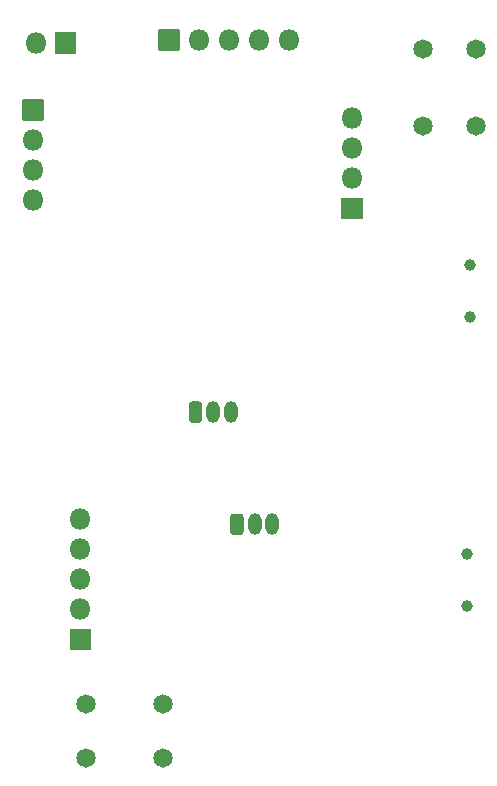
<source format=gbr>
G04 #@! TF.GenerationSoftware,KiCad,Pcbnew,(5.1.8)-1*
G04 #@! TF.CreationDate,2021-08-02T19:11:59-06:00*
G04 #@! TF.ProjectId,RCtoUSB,5243746f-5553-4422-9e6b-696361645f70,rev?*
G04 #@! TF.SameCoordinates,Original*
G04 #@! TF.FileFunction,Soldermask,Bot*
G04 #@! TF.FilePolarity,Negative*
%FSLAX46Y46*%
G04 Gerber Fmt 4.6, Leading zero omitted, Abs format (unit mm)*
G04 Created by KiCad (PCBNEW (5.1.8)-1) date 2021-08-02 19:11:59*
%MOMM*%
%LPD*%
G01*
G04 APERTURE LIST*
%ADD10C,1.640000*%
%ADD11O,1.800000X1.800000*%
%ADD12O,1.130000X1.830000*%
%ADD13C,1.000000*%
G04 APERTURE END LIST*
D10*
X91250000Y-123500000D03*
X97750000Y-123500000D03*
X91250000Y-128000000D03*
X97750000Y-128000000D03*
X119750000Y-74500000D03*
X119750000Y-68000000D03*
X124250000Y-74500000D03*
X124250000Y-68000000D03*
D11*
X90750000Y-107840000D03*
X90750000Y-110380000D03*
X90750000Y-112920000D03*
X90750000Y-115460000D03*
G36*
G01*
X91650000Y-117150000D02*
X91650000Y-118850000D01*
G75*
G02*
X91600000Y-118900000I-50000J0D01*
G01*
X89900000Y-118900000D01*
G75*
G02*
X89850000Y-118850000I0J50000D01*
G01*
X89850000Y-117150000D01*
G75*
G02*
X89900000Y-117100000I50000J0D01*
G01*
X91600000Y-117100000D01*
G75*
G02*
X91650000Y-117150000I0J-50000D01*
G01*
G37*
D12*
X107000000Y-108250000D03*
X105500000Y-108250000D03*
G36*
G01*
X103435000Y-108890732D02*
X103435000Y-107609268D01*
G75*
G02*
X103709268Y-107335000I274268J0D01*
G01*
X104290732Y-107335000D01*
G75*
G02*
X104565000Y-107609268I0J-274268D01*
G01*
X104565000Y-108890732D01*
G75*
G02*
X104290732Y-109165000I-274268J0D01*
G01*
X103709268Y-109165000D01*
G75*
G02*
X103435000Y-108890732I0J274268D01*
G01*
G37*
D13*
X123500000Y-110800000D03*
X123500000Y-115200000D03*
X123750000Y-86300000D03*
X123750000Y-90700000D03*
D11*
X113750000Y-73880000D03*
X113750000Y-76420000D03*
X113750000Y-78960000D03*
G36*
G01*
X114650000Y-80650000D02*
X114650000Y-82350000D01*
G75*
G02*
X114600000Y-82400000I-50000J0D01*
G01*
X112900000Y-82400000D01*
G75*
G02*
X112850000Y-82350000I0J50000D01*
G01*
X112850000Y-80650000D01*
G75*
G02*
X112900000Y-80600000I50000J0D01*
G01*
X114600000Y-80600000D01*
G75*
G02*
X114650000Y-80650000I0J-50000D01*
G01*
G37*
X108410000Y-67250000D03*
X105870000Y-67250000D03*
X103330000Y-67250000D03*
X100790000Y-67250000D03*
G36*
G01*
X99100000Y-68150000D02*
X97400000Y-68150000D01*
G75*
G02*
X97350000Y-68100000I0J50000D01*
G01*
X97350000Y-66400000D01*
G75*
G02*
X97400000Y-66350000I50000J0D01*
G01*
X99100000Y-66350000D01*
G75*
G02*
X99150000Y-66400000I0J-50000D01*
G01*
X99150000Y-68100000D01*
G75*
G02*
X99100000Y-68150000I-50000J0D01*
G01*
G37*
D12*
X103500000Y-98750000D03*
X102000000Y-98750000D03*
G36*
G01*
X99935000Y-99390732D02*
X99935000Y-98109268D01*
G75*
G02*
X100209268Y-97835000I274268J0D01*
G01*
X100790732Y-97835000D01*
G75*
G02*
X101065000Y-98109268I0J-274268D01*
G01*
X101065000Y-99390732D01*
G75*
G02*
X100790732Y-99665000I-274268J0D01*
G01*
X100209268Y-99665000D01*
G75*
G02*
X99935000Y-99390732I0J274268D01*
G01*
G37*
D11*
X86750000Y-80790000D03*
X86750000Y-78250000D03*
X86750000Y-75710000D03*
G36*
G01*
X85850000Y-74020000D02*
X85850000Y-72320000D01*
G75*
G02*
X85900000Y-72270000I50000J0D01*
G01*
X87600000Y-72270000D01*
G75*
G02*
X87650000Y-72320000I0J-50000D01*
G01*
X87650000Y-74020000D01*
G75*
G02*
X87600000Y-74070000I-50000J0D01*
G01*
X85900000Y-74070000D01*
G75*
G02*
X85850000Y-74020000I0J50000D01*
G01*
G37*
X86960000Y-67500000D03*
G36*
G01*
X88650000Y-66600000D02*
X90350000Y-66600000D01*
G75*
G02*
X90400000Y-66650000I0J-50000D01*
G01*
X90400000Y-68350000D01*
G75*
G02*
X90350000Y-68400000I-50000J0D01*
G01*
X88650000Y-68400000D01*
G75*
G02*
X88600000Y-68350000I0J50000D01*
G01*
X88600000Y-66650000D01*
G75*
G02*
X88650000Y-66600000I50000J0D01*
G01*
G37*
M02*

</source>
